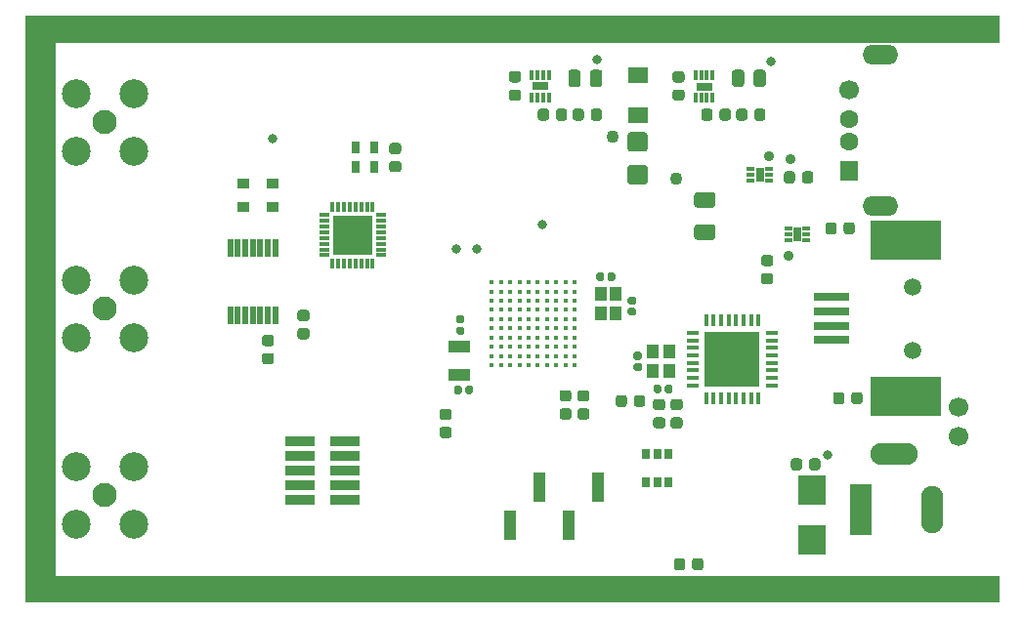
<source format=gbr>
G04 #@! TF.GenerationSoftware,KiCad,Pcbnew,(5.1.6)-1*
G04 #@! TF.CreationDate,2020-09-29T18:49:14+02:00*
G04 #@! TF.ProjectId,PrecisionTimer_RevG-1,50726563-6973-4696-9f6e-54696d65725f,rev?*
G04 #@! TF.SameCoordinates,Original*
G04 #@! TF.FileFunction,Soldermask,Top*
G04 #@! TF.FilePolarity,Negative*
%FSLAX46Y46*%
G04 Gerber Fmt 4.6, Leading zero omitted, Abs format (unit mm)*
G04 Created by KiCad (PCBNEW (5.1.6)-1) date 2020-09-29 18:49:14*
%MOMM*%
%LPD*%
G01*
G04 APERTURE LIST*
%ADD10C,0.100000*%
%ADD11R,4.850000X4.850000*%
%ADD12R,0.450000X1.100000*%
%ADD13R,1.100000X0.450000*%
%ADD14C,1.700000*%
%ADD15C,1.600000*%
%ADD16R,1.600000X1.700000*%
%ADD17O,3.100000X1.700000*%
%ADD18R,1.100000X1.250000*%
%ADD19R,0.700000X1.200000*%
%ADD20R,0.700000X0.350000*%
%ADD21R,0.650000X0.900000*%
%ADD22R,0.750000X1.100000*%
%ADD23R,1.900000X4.500000*%
%ADD24O,1.900000X4.100000*%
%ADD25O,4.100000X1.900000*%
%ADD26C,0.450000*%
%ADD27C,0.900000*%
%ADD28R,1.100000X1.300000*%
%ADD29R,1.100000X0.900000*%
%ADD30C,0.800000*%
%ADD31R,6.140000X3.500000*%
%ADD32C,1.500000*%
%ADD33R,3.100000X0.800000*%
%ADD34R,1.900000X1.100000*%
%ADD35C,2.500000*%
%ADD36C,2.100000*%
%ADD37C,1.100000*%
%ADD38R,2.500000X0.840000*%
%ADD39R,2.400000X2.600000*%
%ADD40R,1.800000X1.400000*%
%ADD41R,1.400000X0.800000*%
%ADD42R,0.400000X0.900000*%
%ADD43R,1.100000X2.610000*%
%ADD44R,0.400000X0.950000*%
%ADD45R,0.950000X0.400000*%
%ADD46R,3.400000X3.400000*%
%ADD47R,0.550000X1.575000*%
G04 APERTURE END LIST*
D10*
G36*
X173304200Y-54254400D02*
G01*
X91440000Y-54254400D01*
X91440000Y-102819200D01*
X88900000Y-102819200D01*
X88900000Y-52019200D01*
X173304200Y-51968400D01*
X173304200Y-54254400D01*
G37*
X173304200Y-54254400D02*
X91440000Y-54254400D01*
X91440000Y-102819200D01*
X88900000Y-102819200D01*
X88900000Y-52019200D01*
X173304200Y-51968400D01*
X173304200Y-54254400D01*
G36*
X173278800Y-102819200D02*
G01*
X91173300Y-102819200D01*
X91173300Y-100596700D01*
X171119800Y-100584000D01*
X173278800Y-100584000D01*
X173278800Y-102819200D01*
G37*
X173278800Y-102819200D02*
X91173300Y-102819200D01*
X91173300Y-100596700D01*
X171119800Y-100584000D01*
X173278800Y-100584000D01*
X173278800Y-102819200D01*
D11*
X150194300Y-81785000D03*
D12*
X147919300Y-78385000D03*
X148569300Y-78385000D03*
X149219300Y-78385000D03*
X149869300Y-78385000D03*
X150519300Y-78385000D03*
X151169300Y-78385000D03*
X151819300Y-78385000D03*
X152469300Y-78385000D03*
D13*
X153594300Y-79510000D03*
X153594300Y-80160000D03*
X153594300Y-80810000D03*
X153594300Y-81460000D03*
X153594300Y-82110000D03*
X153594300Y-82760000D03*
X153594300Y-83410000D03*
X153594300Y-84060000D03*
D12*
X152469300Y-85185000D03*
X151819300Y-85185000D03*
X151169300Y-85185000D03*
X150519300Y-85185000D03*
X149869300Y-85185000D03*
X149219300Y-85185000D03*
X148569300Y-85185000D03*
X147919300Y-85185000D03*
D13*
X146794300Y-84060000D03*
X146794300Y-83410000D03*
X146794300Y-82760000D03*
X146794300Y-82110000D03*
X146794300Y-81460000D03*
X146794300Y-80810000D03*
X146794300Y-80160000D03*
X146794300Y-79510000D03*
D14*
X160324800Y-58430400D03*
D15*
X160324800Y-60930400D03*
X160324800Y-62930400D03*
D16*
X160324800Y-65430400D03*
D17*
X163034800Y-55360400D03*
X163034800Y-68500400D03*
D18*
X143292600Y-82840800D03*
X143292600Y-81090800D03*
X144692600Y-81090800D03*
X144692600Y-82840800D03*
G36*
G01*
X141063700Y-85126250D02*
X141063700Y-85688750D01*
G75*
G02*
X140819950Y-85932500I-243750J0D01*
G01*
X140332450Y-85932500D01*
G75*
G02*
X140088700Y-85688750I0J243750D01*
G01*
X140088700Y-85126250D01*
G75*
G02*
X140332450Y-84882500I243750J0D01*
G01*
X140819950Y-84882500D01*
G75*
G02*
X141063700Y-85126250I0J-243750D01*
G01*
G37*
G36*
G01*
X142638700Y-85126250D02*
X142638700Y-85688750D01*
G75*
G02*
X142394950Y-85932500I-243750J0D01*
G01*
X141907450Y-85932500D01*
G75*
G02*
X141663700Y-85688750I0J243750D01*
G01*
X141663700Y-85126250D01*
G75*
G02*
X141907450Y-84882500I243750J0D01*
G01*
X142394950Y-84882500D01*
G75*
G02*
X142638700Y-85126250I0J-243750D01*
G01*
G37*
G36*
G01*
X145082950Y-86812500D02*
X145645450Y-86812500D01*
G75*
G02*
X145889200Y-87056250I0J-243750D01*
G01*
X145889200Y-87543750D01*
G75*
G02*
X145645450Y-87787500I-243750J0D01*
G01*
X145082950Y-87787500D01*
G75*
G02*
X144839200Y-87543750I0J243750D01*
G01*
X144839200Y-87056250D01*
G75*
G02*
X145082950Y-86812500I243750J0D01*
G01*
G37*
G36*
G01*
X145082950Y-85237500D02*
X145645450Y-85237500D01*
G75*
G02*
X145889200Y-85481250I0J-243750D01*
G01*
X145889200Y-85968750D01*
G75*
G02*
X145645450Y-86212500I-243750J0D01*
G01*
X145082950Y-86212500D01*
G75*
G02*
X144839200Y-85968750I0J243750D01*
G01*
X144839200Y-85481250D01*
G75*
G02*
X145082950Y-85237500I243750J0D01*
G01*
G37*
G36*
G01*
X144134150Y-86212400D02*
X143571650Y-86212400D01*
G75*
G02*
X143327900Y-85968650I0J243750D01*
G01*
X143327900Y-85481150D01*
G75*
G02*
X143571650Y-85237400I243750J0D01*
G01*
X144134150Y-85237400D01*
G75*
G02*
X144377900Y-85481150I0J-243750D01*
G01*
X144377900Y-85968650D01*
G75*
G02*
X144134150Y-86212400I-243750J0D01*
G01*
G37*
G36*
G01*
X144134150Y-87787400D02*
X143571650Y-87787400D01*
G75*
G02*
X143327900Y-87543650I0J243750D01*
G01*
X143327900Y-87056150D01*
G75*
G02*
X143571650Y-86812400I243750J0D01*
G01*
X144134150Y-86812400D01*
G75*
G02*
X144377900Y-87056150I0J-243750D01*
G01*
X144377900Y-87543650D01*
G75*
G02*
X144134150Y-87787400I-243750J0D01*
G01*
G37*
G36*
G01*
X142208900Y-81838500D02*
X141813900Y-81838500D01*
G75*
G02*
X141641400Y-81666000I0J172500D01*
G01*
X141641400Y-81321000D01*
G75*
G02*
X141813900Y-81148500I172500J0D01*
G01*
X142208900Y-81148500D01*
G75*
G02*
X142381400Y-81321000I0J-172500D01*
G01*
X142381400Y-81666000D01*
G75*
G02*
X142208900Y-81838500I-172500J0D01*
G01*
G37*
G36*
G01*
X142208900Y-82808500D02*
X141813900Y-82808500D01*
G75*
G02*
X141641400Y-82636000I0J172500D01*
G01*
X141641400Y-82291000D01*
G75*
G02*
X141813900Y-82118500I172500J0D01*
G01*
X142208900Y-82118500D01*
G75*
G02*
X142381400Y-82291000I0J-172500D01*
G01*
X142381400Y-82636000D01*
G75*
G02*
X142208900Y-82808500I-172500J0D01*
G01*
G37*
G36*
G01*
X144333400Y-84563600D02*
X144333400Y-84168600D01*
G75*
G02*
X144505900Y-83996100I172500J0D01*
G01*
X144850900Y-83996100D01*
G75*
G02*
X145023400Y-84168600I0J-172500D01*
G01*
X145023400Y-84563600D01*
G75*
G02*
X144850900Y-84736100I-172500J0D01*
G01*
X144505900Y-84736100D01*
G75*
G02*
X144333400Y-84563600I0J172500D01*
G01*
G37*
G36*
G01*
X143363400Y-84563600D02*
X143363400Y-84168600D01*
G75*
G02*
X143535900Y-83996100I172500J0D01*
G01*
X143880900Y-83996100D01*
G75*
G02*
X144053400Y-84168600I0J-172500D01*
G01*
X144053400Y-84563600D01*
G75*
G02*
X143880900Y-84736100I-172500J0D01*
G01*
X143535900Y-84736100D01*
G75*
G02*
X143363400Y-84563600I0J172500D01*
G01*
G37*
D19*
X152577800Y-65786000D03*
D20*
X151777800Y-66286000D03*
X151777800Y-65786000D03*
X151777800Y-65286000D03*
X153377800Y-65286000D03*
X153377800Y-65786000D03*
X153377800Y-66286000D03*
D19*
X155829000Y-70942200D03*
D20*
X156629000Y-70442200D03*
X156629000Y-70942200D03*
X156629000Y-71442200D03*
X155029000Y-71442200D03*
X155029000Y-70942200D03*
X155029000Y-70442200D03*
D21*
X142727600Y-92443000D03*
X142727600Y-90043000D03*
X143677600Y-92443000D03*
X143677600Y-90043000D03*
X144627600Y-92443000D03*
X144627600Y-90043000D03*
D22*
X119187700Y-63459600D03*
X117538500Y-63459600D03*
X117538500Y-65136000D03*
X119187700Y-65136000D03*
D23*
X161366200Y-94818200D03*
D24*
X167488400Y-94818200D03*
D25*
X164185600Y-90017600D03*
D26*
X136543600Y-75114600D03*
X135743600Y-75114600D03*
X134943600Y-75114600D03*
X134143600Y-75114600D03*
X133343600Y-75114600D03*
X132543600Y-75114600D03*
X131743600Y-75114600D03*
X130943600Y-75114600D03*
X130143600Y-75114600D03*
X129343600Y-75114600D03*
X136543600Y-75914600D03*
X135743600Y-75914600D03*
X134943600Y-75914600D03*
X134143600Y-75914600D03*
X133343600Y-75914600D03*
X132543600Y-75914600D03*
X131743600Y-75914600D03*
X130943600Y-75914600D03*
X130143600Y-75914600D03*
X129343600Y-75914600D03*
X136543600Y-76714600D03*
X135743600Y-76714600D03*
X134943600Y-76714600D03*
X134143600Y-76714600D03*
X133343600Y-76714600D03*
X132543600Y-76714600D03*
X131743600Y-76714600D03*
X130943600Y-76714600D03*
X130143600Y-76714600D03*
X129343600Y-76714600D03*
X136543600Y-77514600D03*
X135743600Y-77514600D03*
X134943600Y-77514600D03*
X134143600Y-77514600D03*
X133343600Y-77514600D03*
X132543600Y-77514600D03*
X131743600Y-77514600D03*
X130943600Y-77514600D03*
X130143600Y-77514600D03*
X129343600Y-77514600D03*
X136543600Y-78314600D03*
X135743600Y-78314600D03*
X134943600Y-78314600D03*
X134143600Y-78314600D03*
X133343600Y-78314600D03*
X132543600Y-78314600D03*
X131743600Y-78314600D03*
X130943600Y-78314600D03*
X130143600Y-78314600D03*
X129343600Y-78314600D03*
X136543600Y-79114600D03*
X135743600Y-79114600D03*
X134943600Y-79114600D03*
X134143600Y-79114600D03*
X133343600Y-79114600D03*
X132543600Y-79114600D03*
X131743600Y-79114600D03*
X130943600Y-79114600D03*
X130143600Y-79114600D03*
X129343600Y-79114600D03*
X136543600Y-79914600D03*
X135743600Y-79914600D03*
X134943600Y-79914600D03*
X134143600Y-79914600D03*
X133343600Y-79914600D03*
X132543600Y-79914600D03*
X131743600Y-79914600D03*
X130943600Y-79914600D03*
X130143600Y-79914600D03*
X129343600Y-79914600D03*
X136543600Y-80714600D03*
X135743600Y-80714600D03*
X134943600Y-80714600D03*
X134143600Y-80714600D03*
X133343600Y-80714600D03*
X132543600Y-80714600D03*
X131743600Y-80714600D03*
X130943600Y-80714600D03*
X130143600Y-80714600D03*
X129343600Y-80714600D03*
X136543600Y-81514600D03*
X135743600Y-81514600D03*
X134943600Y-81514600D03*
X134143600Y-81514600D03*
X133343600Y-81514600D03*
X132543600Y-81514600D03*
X131743600Y-81514600D03*
X130943600Y-81514600D03*
X130143600Y-81514600D03*
X129343600Y-81514600D03*
X136543600Y-82314600D03*
X135743600Y-82314600D03*
X134943600Y-82314600D03*
X134143600Y-82314600D03*
X133343600Y-82314600D03*
X132543600Y-82314600D03*
X131743600Y-82314600D03*
X130943600Y-82314600D03*
X130143600Y-82314600D03*
X129343600Y-82314600D03*
D27*
X153365200Y-64160400D03*
D28*
X138771400Y-77786200D03*
X138771400Y-76087000D03*
X140069800Y-76087000D03*
X140069800Y-77786200D03*
D29*
X110383900Y-68618400D03*
X107802100Y-68618400D03*
X107802100Y-66560400D03*
X110383900Y-66560400D03*
D30*
X153568400Y-55930800D03*
D27*
X155041600Y-72796400D03*
D31*
X165189800Y-85047400D03*
X165189800Y-71447400D03*
D32*
X165789800Y-80997400D03*
X165789800Y-75497400D03*
D33*
X158789800Y-77622400D03*
X158789800Y-80122400D03*
X158789800Y-78872400D03*
X158789800Y-76372400D03*
D30*
X158445200Y-90068400D03*
D34*
X126542800Y-83165000D03*
X126542800Y-80665000D03*
G36*
G01*
X137018450Y-86050400D02*
X137580950Y-86050400D01*
G75*
G02*
X137824700Y-86294150I0J-243750D01*
G01*
X137824700Y-86781650D01*
G75*
G02*
X137580950Y-87025400I-243750J0D01*
G01*
X137018450Y-87025400D01*
G75*
G02*
X136774700Y-86781650I0J243750D01*
G01*
X136774700Y-86294150D01*
G75*
G02*
X137018450Y-86050400I243750J0D01*
G01*
G37*
G36*
G01*
X137018450Y-84475400D02*
X137580950Y-84475400D01*
G75*
G02*
X137824700Y-84719150I0J-243750D01*
G01*
X137824700Y-85206650D01*
G75*
G02*
X137580950Y-85450400I-243750J0D01*
G01*
X137018450Y-85450400D01*
G75*
G02*
X136774700Y-85206650I0J243750D01*
G01*
X136774700Y-84719150D01*
G75*
G02*
X137018450Y-84475400I243750J0D01*
G01*
G37*
G36*
G01*
X125630250Y-87050600D02*
X125067750Y-87050600D01*
G75*
G02*
X124824000Y-86806850I0J243750D01*
G01*
X124824000Y-86319350D01*
G75*
G02*
X125067750Y-86075600I243750J0D01*
G01*
X125630250Y-86075600D01*
G75*
G02*
X125874000Y-86319350I0J-243750D01*
G01*
X125874000Y-86806850D01*
G75*
G02*
X125630250Y-87050600I-243750J0D01*
G01*
G37*
G36*
G01*
X125630250Y-88625600D02*
X125067750Y-88625600D01*
G75*
G02*
X124824000Y-88381850I0J243750D01*
G01*
X124824000Y-87894350D01*
G75*
G02*
X125067750Y-87650600I243750J0D01*
G01*
X125630250Y-87650600D01*
G75*
G02*
X125874000Y-87894350I0J-243750D01*
G01*
X125874000Y-88381850D01*
G75*
G02*
X125630250Y-88625600I-243750J0D01*
G01*
G37*
D14*
X169799000Y-85928200D03*
X169799000Y-88468200D03*
D35*
X98298000Y-63728600D03*
X93319600Y-63728600D03*
X93319600Y-58750200D03*
X98298000Y-58750200D03*
D36*
X95808800Y-61239400D03*
D35*
X98298000Y-79908400D03*
X93319600Y-79908400D03*
X93319600Y-74930000D03*
X98298000Y-74930000D03*
D36*
X95808800Y-77419200D03*
D35*
X98298000Y-96088200D03*
X93319600Y-96088200D03*
X93319600Y-91109800D03*
X98298000Y-91109800D03*
D36*
X95808800Y-93599000D03*
G36*
G01*
X146105600Y-99286750D02*
X146105600Y-99849250D01*
G75*
G02*
X145861850Y-100093000I-243750J0D01*
G01*
X145374350Y-100093000D01*
G75*
G02*
X145130600Y-99849250I0J243750D01*
G01*
X145130600Y-99286750D01*
G75*
G02*
X145374350Y-99043000I243750J0D01*
G01*
X145861850Y-99043000D01*
G75*
G02*
X146105600Y-99286750I0J-243750D01*
G01*
G37*
G36*
G01*
X147680600Y-99286750D02*
X147680600Y-99849250D01*
G75*
G02*
X147436850Y-100093000I-243750J0D01*
G01*
X146949350Y-100093000D01*
G75*
G02*
X146705600Y-99849250I0J243750D01*
G01*
X146705600Y-99286750D01*
G75*
G02*
X146949350Y-99043000I243750J0D01*
G01*
X147436850Y-99043000D01*
G75*
G02*
X147680600Y-99286750I0J-243750D01*
G01*
G37*
D27*
X155244800Y-64414400D03*
D37*
X145364200Y-66090800D03*
X139801600Y-62509400D03*
D30*
X133731000Y-70104000D03*
X110388400Y-62636400D03*
X128041400Y-72237600D03*
X126238000Y-72237600D03*
X138430000Y-55778400D03*
G36*
G01*
X147147600Y-70095400D02*
X148457600Y-70095400D01*
G75*
G02*
X148727600Y-70365400I0J-270000D01*
G01*
X148727600Y-71175400D01*
G75*
G02*
X148457600Y-71445400I-270000J0D01*
G01*
X147147600Y-71445400D01*
G75*
G02*
X146877600Y-71175400I0J270000D01*
G01*
X146877600Y-70365400D01*
G75*
G02*
X147147600Y-70095400I270000J0D01*
G01*
G37*
G36*
G01*
X147147600Y-67295400D02*
X148457600Y-67295400D01*
G75*
G02*
X148727600Y-67565400I0J-270000D01*
G01*
X148727600Y-68375400D01*
G75*
G02*
X148457600Y-68645400I-270000J0D01*
G01*
X147147600Y-68645400D01*
G75*
G02*
X146877600Y-68375400I0J270000D01*
G01*
X146877600Y-67565400D01*
G75*
G02*
X147147600Y-67295400I270000J0D01*
G01*
G37*
G36*
G01*
X136018850Y-85450400D02*
X135456350Y-85450400D01*
G75*
G02*
X135212600Y-85206650I0J243750D01*
G01*
X135212600Y-84719150D01*
G75*
G02*
X135456350Y-84475400I243750J0D01*
G01*
X136018850Y-84475400D01*
G75*
G02*
X136262600Y-84719150I0J-243750D01*
G01*
X136262600Y-85206650D01*
G75*
G02*
X136018850Y-85450400I-243750J0D01*
G01*
G37*
G36*
G01*
X136018850Y-87025400D02*
X135456350Y-87025400D01*
G75*
G02*
X135212600Y-86781650I0J243750D01*
G01*
X135212600Y-86294150D01*
G75*
G02*
X135456350Y-86050400I243750J0D01*
G01*
X136018850Y-86050400D01*
G75*
G02*
X136262600Y-86294150I0J-243750D01*
G01*
X136262600Y-86781650D01*
G75*
G02*
X136018850Y-87025400I-243750J0D01*
G01*
G37*
D38*
X116643700Y-93980000D03*
X112743700Y-93980000D03*
X116643700Y-92710000D03*
X112743700Y-92710000D03*
X116643700Y-91440000D03*
X112743700Y-91440000D03*
X116643700Y-90170000D03*
X112743700Y-90170000D03*
X116643700Y-88900000D03*
X112743700Y-88900000D03*
D39*
X157111700Y-97476200D03*
X157111700Y-93176200D03*
G36*
G01*
X156840100Y-91187850D02*
X156840100Y-90625350D01*
G75*
G02*
X157083850Y-90381600I243750J0D01*
G01*
X157571350Y-90381600D01*
G75*
G02*
X157815100Y-90625350I0J-243750D01*
G01*
X157815100Y-91187850D01*
G75*
G02*
X157571350Y-91431600I-243750J0D01*
G01*
X157083850Y-91431600D01*
G75*
G02*
X156840100Y-91187850I0J243750D01*
G01*
G37*
G36*
G01*
X155265100Y-91187850D02*
X155265100Y-90625350D01*
G75*
G02*
X155508850Y-90381600I243750J0D01*
G01*
X155996350Y-90381600D01*
G75*
G02*
X156240100Y-90625350I0J-243750D01*
G01*
X156240100Y-91187850D01*
G75*
G02*
X155996350Y-91431600I-243750J0D01*
G01*
X155508850Y-91431600D01*
G75*
G02*
X155265100Y-91187850I0J243750D01*
G01*
G37*
G36*
G01*
X109675350Y-81249800D02*
X110237850Y-81249800D01*
G75*
G02*
X110481600Y-81493550I0J-243750D01*
G01*
X110481600Y-81981050D01*
G75*
G02*
X110237850Y-82224800I-243750J0D01*
G01*
X109675350Y-82224800D01*
G75*
G02*
X109431600Y-81981050I0J243750D01*
G01*
X109431600Y-81493550D01*
G75*
G02*
X109675350Y-81249800I243750J0D01*
G01*
G37*
G36*
G01*
X109675350Y-79674800D02*
X110237850Y-79674800D01*
G75*
G02*
X110481600Y-79918550I0J-243750D01*
G01*
X110481600Y-80406050D01*
G75*
G02*
X110237850Y-80649800I-243750J0D01*
G01*
X109675350Y-80649800D01*
G75*
G02*
X109431600Y-80406050I0J243750D01*
G01*
X109431600Y-79918550D01*
G75*
G02*
X109675350Y-79674800I243750J0D01*
G01*
G37*
D40*
X141986000Y-57142500D03*
X141986000Y-60642500D03*
D41*
X147739100Y-58140600D03*
D42*
X148489100Y-59140600D03*
X147989100Y-59140600D03*
X147489100Y-59140600D03*
X146989100Y-59140600D03*
X146989100Y-57140600D03*
X147489100Y-57140600D03*
X147989100Y-57140600D03*
X148489100Y-57140600D03*
G36*
G01*
X151223000Y-56948150D02*
X151223000Y-57910650D01*
G75*
G02*
X150954250Y-58179400I-268750J0D01*
G01*
X150416750Y-58179400D01*
G75*
G02*
X150148000Y-57910650I0J268750D01*
G01*
X150148000Y-56948150D01*
G75*
G02*
X150416750Y-56679400I268750J0D01*
G01*
X150954250Y-56679400D01*
G75*
G02*
X151223000Y-56948150I0J-268750D01*
G01*
G37*
G36*
G01*
X153098000Y-56948150D02*
X153098000Y-57910650D01*
G75*
G02*
X152829250Y-58179400I-268750J0D01*
G01*
X152291750Y-58179400D01*
G75*
G02*
X152023000Y-57910650I0J268750D01*
G01*
X152023000Y-56948150D01*
G75*
G02*
X152291750Y-56679400I268750J0D01*
G01*
X152829250Y-56679400D01*
G75*
G02*
X153098000Y-56948150I0J-268750D01*
G01*
G37*
G36*
G01*
X149080600Y-60860250D02*
X149080600Y-60297750D01*
G75*
G02*
X149324350Y-60054000I243750J0D01*
G01*
X149811850Y-60054000D01*
G75*
G02*
X150055600Y-60297750I0J-243750D01*
G01*
X150055600Y-60860250D01*
G75*
G02*
X149811850Y-61104000I-243750J0D01*
G01*
X149324350Y-61104000D01*
G75*
G02*
X149080600Y-60860250I0J243750D01*
G01*
G37*
G36*
G01*
X147505600Y-60860250D02*
X147505600Y-60297750D01*
G75*
G02*
X147749350Y-60054000I243750J0D01*
G01*
X148236850Y-60054000D01*
G75*
G02*
X148480600Y-60297750I0J-243750D01*
G01*
X148480600Y-60860250D01*
G75*
G02*
X148236850Y-61104000I-243750J0D01*
G01*
X147749350Y-61104000D01*
G75*
G02*
X147505600Y-60860250I0J243750D01*
G01*
G37*
G36*
G01*
X142595375Y-63788600D02*
X141376625Y-63788600D01*
G75*
G02*
X141111000Y-63522975I0J265625D01*
G01*
X141111000Y-62354225D01*
G75*
G02*
X141376625Y-62088600I265625J0D01*
G01*
X142595375Y-62088600D01*
G75*
G02*
X142861000Y-62354225I0J-265625D01*
G01*
X142861000Y-63522975D01*
G75*
G02*
X142595375Y-63788600I-265625J0D01*
G01*
G37*
G36*
G01*
X142595375Y-66638600D02*
X141376625Y-66638600D01*
G75*
G02*
X141111000Y-66372975I0J265625D01*
G01*
X141111000Y-65204225D01*
G75*
G02*
X141376625Y-64938600I265625J0D01*
G01*
X142595375Y-64938600D01*
G75*
G02*
X142861000Y-65204225I0J-265625D01*
G01*
X142861000Y-66372975D01*
G75*
G02*
X142595375Y-66638600I-265625J0D01*
G01*
G37*
G36*
G01*
X126758400Y-84257500D02*
X126758400Y-84652500D01*
G75*
G02*
X126585900Y-84825000I-172500J0D01*
G01*
X126240900Y-84825000D01*
G75*
G02*
X126068400Y-84652500I0J172500D01*
G01*
X126068400Y-84257500D01*
G75*
G02*
X126240900Y-84085000I172500J0D01*
G01*
X126585900Y-84085000D01*
G75*
G02*
X126758400Y-84257500I0J-172500D01*
G01*
G37*
G36*
G01*
X127728400Y-84257500D02*
X127728400Y-84652500D01*
G75*
G02*
X127555900Y-84825000I-172500J0D01*
G01*
X127210900Y-84825000D01*
G75*
G02*
X127038400Y-84652500I0J172500D01*
G01*
X127038400Y-84257500D01*
G75*
G02*
X127210900Y-84085000I172500J0D01*
G01*
X127555900Y-84085000D01*
G75*
G02*
X127728400Y-84257500I0J-172500D01*
G01*
G37*
G36*
G01*
X126421500Y-78956200D02*
X126816500Y-78956200D01*
G75*
G02*
X126989000Y-79128700I0J-172500D01*
G01*
X126989000Y-79473700D01*
G75*
G02*
X126816500Y-79646200I-172500J0D01*
G01*
X126421500Y-79646200D01*
G75*
G02*
X126249000Y-79473700I0J172500D01*
G01*
X126249000Y-79128700D01*
G75*
G02*
X126421500Y-78956200I172500J0D01*
G01*
G37*
G36*
G01*
X126421500Y-77986200D02*
X126816500Y-77986200D01*
G75*
G02*
X126989000Y-78158700I0J-172500D01*
G01*
X126989000Y-78503700D01*
G75*
G02*
X126816500Y-78676200I-172500J0D01*
G01*
X126421500Y-78676200D01*
G75*
G02*
X126249000Y-78503700I0J172500D01*
G01*
X126249000Y-78158700D01*
G75*
G02*
X126421500Y-77986200I172500J0D01*
G01*
G37*
G36*
G01*
X145248050Y-58389800D02*
X145810550Y-58389800D01*
G75*
G02*
X146054300Y-58633550I0J-243750D01*
G01*
X146054300Y-59121050D01*
G75*
G02*
X145810550Y-59364800I-243750J0D01*
G01*
X145248050Y-59364800D01*
G75*
G02*
X145004300Y-59121050I0J243750D01*
G01*
X145004300Y-58633550D01*
G75*
G02*
X145248050Y-58389800I243750J0D01*
G01*
G37*
G36*
G01*
X145248050Y-56814800D02*
X145810550Y-56814800D01*
G75*
G02*
X146054300Y-57058550I0J-243750D01*
G01*
X146054300Y-57546050D01*
G75*
G02*
X145810550Y-57789800I-243750J0D01*
G01*
X145248050Y-57789800D01*
G75*
G02*
X145004300Y-57546050I0J243750D01*
G01*
X145004300Y-57058550D01*
G75*
G02*
X145248050Y-56814800I243750J0D01*
G01*
G37*
G36*
G01*
X139090100Y-74427700D02*
X139090100Y-74822700D01*
G75*
G02*
X138917600Y-74995200I-172500J0D01*
G01*
X138572600Y-74995200D01*
G75*
G02*
X138400100Y-74822700I0J172500D01*
G01*
X138400100Y-74427700D01*
G75*
G02*
X138572600Y-74255200I172500J0D01*
G01*
X138917600Y-74255200D01*
G75*
G02*
X139090100Y-74427700I0J-172500D01*
G01*
G37*
G36*
G01*
X140060100Y-74427700D02*
X140060100Y-74822700D01*
G75*
G02*
X139887600Y-74995200I-172500J0D01*
G01*
X139542600Y-74995200D01*
G75*
G02*
X139370100Y-74822700I0J172500D01*
G01*
X139370100Y-74427700D01*
G75*
G02*
X139542600Y-74255200I172500J0D01*
G01*
X139887600Y-74255200D01*
G75*
G02*
X140060100Y-74427700I0J-172500D01*
G01*
G37*
G36*
G01*
X141305900Y-77330600D02*
X141700900Y-77330600D01*
G75*
G02*
X141873400Y-77503100I0J-172500D01*
G01*
X141873400Y-77848100D01*
G75*
G02*
X141700900Y-78020600I-172500J0D01*
G01*
X141305900Y-78020600D01*
G75*
G02*
X141133400Y-77848100I0J172500D01*
G01*
X141133400Y-77503100D01*
G75*
G02*
X141305900Y-77330600I172500J0D01*
G01*
G37*
G36*
G01*
X141305900Y-76360600D02*
X141700900Y-76360600D01*
G75*
G02*
X141873400Y-76533100I0J-172500D01*
G01*
X141873400Y-76878100D01*
G75*
G02*
X141700900Y-77050600I-172500J0D01*
G01*
X141305900Y-77050600D01*
G75*
G02*
X141133400Y-76878100I0J172500D01*
G01*
X141133400Y-76533100D01*
G75*
G02*
X141305900Y-76360600I172500J0D01*
G01*
G37*
D43*
X138531600Y-92883800D03*
X133451600Y-92883800D03*
X135991600Y-96193800D03*
X130911600Y-96193800D03*
G36*
G01*
X155630600Y-65733350D02*
X155630600Y-66295850D01*
G75*
G02*
X155386850Y-66539600I-243750J0D01*
G01*
X154899350Y-66539600D01*
G75*
G02*
X154655600Y-66295850I0J243750D01*
G01*
X154655600Y-65733350D01*
G75*
G02*
X154899350Y-65489600I243750J0D01*
G01*
X155386850Y-65489600D01*
G75*
G02*
X155630600Y-65733350I0J-243750D01*
G01*
G37*
G36*
G01*
X157205600Y-65733350D02*
X157205600Y-66295850D01*
G75*
G02*
X156961850Y-66539600I-243750J0D01*
G01*
X156474350Y-66539600D01*
G75*
G02*
X156230600Y-66295850I0J243750D01*
G01*
X156230600Y-65733350D01*
G75*
G02*
X156474350Y-65489600I243750J0D01*
G01*
X156961850Y-65489600D01*
G75*
G02*
X157205600Y-65733350I0J-243750D01*
G01*
G37*
G36*
G01*
X159237300Y-70152950D02*
X159237300Y-70715450D01*
G75*
G02*
X158993550Y-70959200I-243750J0D01*
G01*
X158506050Y-70959200D01*
G75*
G02*
X158262300Y-70715450I0J243750D01*
G01*
X158262300Y-70152950D01*
G75*
G02*
X158506050Y-69909200I243750J0D01*
G01*
X158993550Y-69909200D01*
G75*
G02*
X159237300Y-70152950I0J-243750D01*
G01*
G37*
G36*
G01*
X160812300Y-70152950D02*
X160812300Y-70715450D01*
G75*
G02*
X160568550Y-70959200I-243750J0D01*
G01*
X160081050Y-70959200D01*
G75*
G02*
X159837300Y-70715450I0J243750D01*
G01*
X159837300Y-70152950D01*
G75*
G02*
X160081050Y-69909200I243750J0D01*
G01*
X160568550Y-69909200D01*
G75*
G02*
X160812300Y-70152950I0J-243750D01*
G01*
G37*
G36*
G01*
X159897700Y-84884950D02*
X159897700Y-85447450D01*
G75*
G02*
X159653950Y-85691200I-243750J0D01*
G01*
X159166450Y-85691200D01*
G75*
G02*
X158922700Y-85447450I0J243750D01*
G01*
X158922700Y-84884950D01*
G75*
G02*
X159166450Y-84641200I243750J0D01*
G01*
X159653950Y-84641200D01*
G75*
G02*
X159897700Y-84884950I0J-243750D01*
G01*
G37*
G36*
G01*
X161472700Y-84884950D02*
X161472700Y-85447450D01*
G75*
G02*
X161228950Y-85691200I-243750J0D01*
G01*
X160741450Y-85691200D01*
G75*
G02*
X160497700Y-85447450I0J243750D01*
G01*
X160497700Y-84884950D01*
G75*
G02*
X160741450Y-84641200I243750J0D01*
G01*
X161228950Y-84641200D01*
G75*
G02*
X161472700Y-84884950I0J-243750D01*
G01*
G37*
D44*
X119034500Y-68568400D03*
X118534500Y-68568400D03*
X118034500Y-68568400D03*
X117534500Y-68568400D03*
X117034500Y-68568400D03*
X116534500Y-68568400D03*
X116034500Y-68568400D03*
X115534500Y-68568400D03*
D45*
X114834500Y-69268400D03*
X114834500Y-69768400D03*
X114834500Y-70268400D03*
X114834500Y-70768400D03*
X114834500Y-71268400D03*
X114834500Y-71768400D03*
X114834500Y-72268400D03*
X114834500Y-72768400D03*
D44*
X115534500Y-73468400D03*
X116034500Y-73468400D03*
X116534500Y-73468400D03*
X117034500Y-73468400D03*
X117534500Y-73468400D03*
X118034500Y-73468400D03*
X118534500Y-73468400D03*
X119034500Y-73468400D03*
D45*
X119734500Y-72768400D03*
X119734500Y-72268400D03*
X119734500Y-71768400D03*
X119734500Y-71268400D03*
X119734500Y-70768400D03*
X119734500Y-70268400D03*
X119734500Y-69768400D03*
X119734500Y-69268400D03*
D46*
X117284500Y-71018400D03*
D47*
X110598500Y-72144400D03*
X109948500Y-72144400D03*
X109298500Y-72144400D03*
X108648500Y-72144400D03*
X107998500Y-72144400D03*
X107348500Y-72144400D03*
X106698500Y-72144400D03*
X106698500Y-78020400D03*
X107348500Y-78020400D03*
X107998500Y-78020400D03*
X108648500Y-78020400D03*
X109298500Y-78020400D03*
X109948500Y-78020400D03*
X110598500Y-78020400D03*
G36*
G01*
X137049800Y-56948150D02*
X137049800Y-57910650D01*
G75*
G02*
X136781050Y-58179400I-268750J0D01*
G01*
X136243550Y-58179400D01*
G75*
G02*
X135974800Y-57910650I0J268750D01*
G01*
X135974800Y-56948150D01*
G75*
G02*
X136243550Y-56679400I268750J0D01*
G01*
X136781050Y-56679400D01*
G75*
G02*
X137049800Y-56948150I0J-268750D01*
G01*
G37*
G36*
G01*
X138924800Y-56948150D02*
X138924800Y-57910650D01*
G75*
G02*
X138656050Y-58179400I-268750J0D01*
G01*
X138118550Y-58179400D01*
G75*
G02*
X137849800Y-57910650I0J268750D01*
G01*
X137849800Y-56948150D01*
G75*
G02*
X138118550Y-56679400I268750J0D01*
G01*
X138656050Y-56679400D01*
G75*
G02*
X138924800Y-56948150I0J-268750D01*
G01*
G37*
D41*
X133565900Y-58115200D03*
D42*
X134315900Y-59115200D03*
X133815900Y-59115200D03*
X133315900Y-59115200D03*
X132815900Y-59115200D03*
X132815900Y-57115200D03*
X133315900Y-57115200D03*
X133815900Y-57115200D03*
X134315900Y-57115200D03*
G36*
G01*
X134907400Y-60860250D02*
X134907400Y-60297750D01*
G75*
G02*
X135151150Y-60054000I243750J0D01*
G01*
X135638650Y-60054000D01*
G75*
G02*
X135882400Y-60297750I0J-243750D01*
G01*
X135882400Y-60860250D01*
G75*
G02*
X135638650Y-61104000I-243750J0D01*
G01*
X135151150Y-61104000D01*
G75*
G02*
X134907400Y-60860250I0J243750D01*
G01*
G37*
G36*
G01*
X133332400Y-60860250D02*
X133332400Y-60297750D01*
G75*
G02*
X133576150Y-60054000I243750J0D01*
G01*
X134063650Y-60054000D01*
G75*
G02*
X134307400Y-60297750I0J-243750D01*
G01*
X134307400Y-60860250D01*
G75*
G02*
X134063650Y-61104000I-243750J0D01*
G01*
X133576150Y-61104000D01*
G75*
G02*
X133332400Y-60860250I0J243750D01*
G01*
G37*
G36*
G01*
X153494050Y-73715600D02*
X152931550Y-73715600D01*
G75*
G02*
X152687800Y-73471850I0J243750D01*
G01*
X152687800Y-72984350D01*
G75*
G02*
X152931550Y-72740600I243750J0D01*
G01*
X153494050Y-72740600D01*
G75*
G02*
X153737800Y-72984350I0J-243750D01*
G01*
X153737800Y-73471850D01*
G75*
G02*
X153494050Y-73715600I-243750J0D01*
G01*
G37*
G36*
G01*
X153494050Y-75290600D02*
X152931550Y-75290600D01*
G75*
G02*
X152687800Y-75046850I0J243750D01*
G01*
X152687800Y-74559350D01*
G75*
G02*
X152931550Y-74315600I243750J0D01*
G01*
X153494050Y-74315600D01*
G75*
G02*
X153737800Y-74559350I0J-243750D01*
G01*
X153737800Y-75046850D01*
G75*
G02*
X153494050Y-75290600I-243750J0D01*
G01*
G37*
G36*
G01*
X131074850Y-58389800D02*
X131637350Y-58389800D01*
G75*
G02*
X131881100Y-58633550I0J-243750D01*
G01*
X131881100Y-59121050D01*
G75*
G02*
X131637350Y-59364800I-243750J0D01*
G01*
X131074850Y-59364800D01*
G75*
G02*
X130831100Y-59121050I0J243750D01*
G01*
X130831100Y-58633550D01*
G75*
G02*
X131074850Y-58389800I243750J0D01*
G01*
G37*
G36*
G01*
X131074850Y-56814800D02*
X131637350Y-56814800D01*
G75*
G02*
X131881100Y-57058550I0J-243750D01*
G01*
X131881100Y-57546050D01*
G75*
G02*
X131637350Y-57789800I-243750J0D01*
G01*
X131074850Y-57789800D01*
G75*
G02*
X130831100Y-57546050I0J243750D01*
G01*
X130831100Y-57058550D01*
G75*
G02*
X131074850Y-56814800I243750J0D01*
G01*
G37*
G36*
G01*
X113311250Y-78490800D02*
X112748750Y-78490800D01*
G75*
G02*
X112505000Y-78247050I0J243750D01*
G01*
X112505000Y-77759550D01*
G75*
G02*
X112748750Y-77515800I243750J0D01*
G01*
X113311250Y-77515800D01*
G75*
G02*
X113555000Y-77759550I0J-243750D01*
G01*
X113555000Y-78247050D01*
G75*
G02*
X113311250Y-78490800I-243750J0D01*
G01*
G37*
G36*
G01*
X113311250Y-80065800D02*
X112748750Y-80065800D01*
G75*
G02*
X112505000Y-79822050I0J243750D01*
G01*
X112505000Y-79334550D01*
G75*
G02*
X112748750Y-79090800I243750J0D01*
G01*
X113311250Y-79090800D01*
G75*
G02*
X113555000Y-79334550I0J-243750D01*
G01*
X113555000Y-79822050D01*
G75*
G02*
X113311250Y-80065800I-243750J0D01*
G01*
G37*
G36*
G01*
X120698950Y-64600000D02*
X121261450Y-64600000D01*
G75*
G02*
X121505200Y-64843750I0J-243750D01*
G01*
X121505200Y-65331250D01*
G75*
G02*
X121261450Y-65575000I-243750J0D01*
G01*
X120698950Y-65575000D01*
G75*
G02*
X120455200Y-65331250I0J243750D01*
G01*
X120455200Y-64843750D01*
G75*
G02*
X120698950Y-64600000I243750J0D01*
G01*
G37*
G36*
G01*
X120698950Y-63025000D02*
X121261450Y-63025000D01*
G75*
G02*
X121505200Y-63268750I0J-243750D01*
G01*
X121505200Y-63756250D01*
G75*
G02*
X121261450Y-64000000I-243750J0D01*
G01*
X120698950Y-64000000D01*
G75*
G02*
X120455200Y-63756250I0J243750D01*
G01*
X120455200Y-63268750D01*
G75*
G02*
X120698950Y-63025000I243750J0D01*
G01*
G37*
G36*
G01*
X151490400Y-60297750D02*
X151490400Y-60860250D01*
G75*
G02*
X151246650Y-61104000I-243750J0D01*
G01*
X150759150Y-61104000D01*
G75*
G02*
X150515400Y-60860250I0J243750D01*
G01*
X150515400Y-60297750D01*
G75*
G02*
X150759150Y-60054000I243750J0D01*
G01*
X151246650Y-60054000D01*
G75*
G02*
X151490400Y-60297750I0J-243750D01*
G01*
G37*
G36*
G01*
X153065400Y-60297750D02*
X153065400Y-60860250D01*
G75*
G02*
X152821650Y-61104000I-243750J0D01*
G01*
X152334150Y-61104000D01*
G75*
G02*
X152090400Y-60860250I0J243750D01*
G01*
X152090400Y-60297750D01*
G75*
G02*
X152334150Y-60054000I243750J0D01*
G01*
X152821650Y-60054000D01*
G75*
G02*
X153065400Y-60297750I0J-243750D01*
G01*
G37*
G36*
G01*
X137329800Y-60297750D02*
X137329800Y-60860250D01*
G75*
G02*
X137086050Y-61104000I-243750J0D01*
G01*
X136598550Y-61104000D01*
G75*
G02*
X136354800Y-60860250I0J243750D01*
G01*
X136354800Y-60297750D01*
G75*
G02*
X136598550Y-60054000I243750J0D01*
G01*
X137086050Y-60054000D01*
G75*
G02*
X137329800Y-60297750I0J-243750D01*
G01*
G37*
G36*
G01*
X138904800Y-60297750D02*
X138904800Y-60860250D01*
G75*
G02*
X138661050Y-61104000I-243750J0D01*
G01*
X138173550Y-61104000D01*
G75*
G02*
X137929800Y-60860250I0J243750D01*
G01*
X137929800Y-60297750D01*
G75*
G02*
X138173550Y-60054000I243750J0D01*
G01*
X138661050Y-60054000D01*
G75*
G02*
X138904800Y-60297750I0J-243750D01*
G01*
G37*
M02*

</source>
